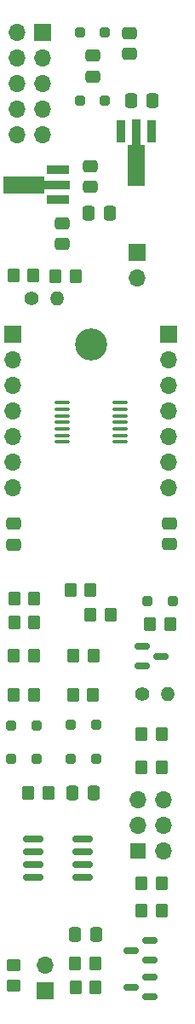
<source format=gbr>
%TF.GenerationSoftware,KiCad,Pcbnew,7.0.8*%
%TF.CreationDate,2024-02-10T19:52:59+11:00*%
%TF.ProjectId,JNTUB,4a4e5455-422e-46b6-9963-61645f706362,rev?*%
%TF.SameCoordinates,Original*%
%TF.FileFunction,Soldermask,Top*%
%TF.FilePolarity,Negative*%
%FSLAX46Y46*%
G04 Gerber Fmt 4.6, Leading zero omitted, Abs format (unit mm)*
G04 Created by KiCad (PCBNEW 7.0.8) date 2024-02-10 19:52:59*
%MOMM*%
%LPD*%
G01*
G04 APERTURE LIST*
G04 Aperture macros list*
%AMRoundRect*
0 Rectangle with rounded corners*
0 $1 Rounding radius*
0 $2 $3 $4 $5 $6 $7 $8 $9 X,Y pos of 4 corners*
0 Add a 4 corners polygon primitive as box body*
4,1,4,$2,$3,$4,$5,$6,$7,$8,$9,$2,$3,0*
0 Add four circle primitives for the rounded corners*
1,1,$1+$1,$2,$3*
1,1,$1+$1,$4,$5*
1,1,$1+$1,$6,$7*
1,1,$1+$1,$8,$9*
0 Add four rect primitives between the rounded corners*
20,1,$1+$1,$2,$3,$4,$5,0*
20,1,$1+$1,$4,$5,$6,$7,0*
20,1,$1+$1,$6,$7,$8,$9,0*
20,1,$1+$1,$8,$9,$2,$3,0*%
%AMFreePoly0*
4,1,9,5.362500,-0.866500,1.237500,-0.866500,1.237500,-0.450000,-1.237500,-0.450000,-1.237500,0.450000,1.237500,0.450000,1.237500,0.866500,5.362500,0.866500,5.362500,-0.866500,5.362500,-0.866500,$1*%
G04 Aperture macros list end*
%ADD10RoundRect,0.250000X-0.475000X0.337500X-0.475000X-0.337500X0.475000X-0.337500X0.475000X0.337500X0*%
%ADD11RoundRect,0.250000X-0.250000X-0.250000X0.250000X-0.250000X0.250000X0.250000X-0.250000X0.250000X0*%
%ADD12C,3.200000*%
%ADD13RoundRect,0.250000X-0.350000X-0.450000X0.350000X-0.450000X0.350000X0.450000X-0.350000X0.450000X0*%
%ADD14RoundRect,0.250000X0.350000X0.450000X-0.350000X0.450000X-0.350000X-0.450000X0.350000X-0.450000X0*%
%ADD15R,1.700000X1.700000*%
%ADD16O,1.700000X1.700000*%
%ADD17C,1.400000*%
%ADD18O,1.400000X1.400000*%
%ADD19RoundRect,0.250000X-0.337500X-0.475000X0.337500X-0.475000X0.337500X0.475000X-0.337500X0.475000X0*%
%ADD20R,0.900000X2.300000*%
%ADD21FreePoly0,270.000000*%
%ADD22RoundRect,0.250000X0.337500X0.475000X-0.337500X0.475000X-0.337500X-0.475000X0.337500X-0.475000X0*%
%ADD23RoundRect,0.150000X-0.825000X-0.150000X0.825000X-0.150000X0.825000X0.150000X-0.825000X0.150000X0*%
%ADD24R,2.300000X0.900000*%
%ADD25FreePoly0,180.000000*%
%ADD26RoundRect,0.100000X-0.637500X-0.100000X0.637500X-0.100000X0.637500X0.100000X-0.637500X0.100000X0*%
%ADD27RoundRect,0.150000X0.587500X0.150000X-0.587500X0.150000X-0.587500X-0.150000X0.587500X-0.150000X0*%
%ADD28RoundRect,0.250000X0.450000X-0.350000X0.450000X0.350000X-0.450000X0.350000X-0.450000X-0.350000X0*%
%ADD29RoundRect,0.150000X-0.587500X-0.150000X0.587500X-0.150000X0.587500X0.150000X-0.587500X0.150000X0*%
%ADD30RoundRect,0.250000X0.250000X0.250000X-0.250000X0.250000X-0.250000X-0.250000X0.250000X-0.250000X0*%
%ADD31RoundRect,0.250000X0.475000X-0.337500X0.475000X0.337500X-0.475000X0.337500X-0.475000X-0.337500X0*%
%ADD32R,1.600000X1.600000*%
G04 APERTURE END LIST*
D10*
%TO.C,C2*%
X205900000Y-61987500D03*
X205900000Y-64062500D03*
%TD*%
D11*
%TO.C,D11*%
X204625000Y-66425000D03*
X207125000Y-66425000D03*
%TD*%
D12*
%TO.C,H2*%
X205740000Y-90678000D03*
%TD*%
D11*
%TO.C,D1*%
X203720000Y-128420000D03*
X206220000Y-128420000D03*
%TD*%
D13*
%TO.C,R4*%
X203970000Y-121580000D03*
X205970000Y-121580000D03*
%TD*%
%TO.C,R13*%
X210740000Y-144150000D03*
X212740000Y-144150000D03*
%TD*%
D14*
%TO.C,R26*%
X201480000Y-135160000D03*
X199480000Y-135160000D03*
%TD*%
D15*
%TO.C,J11*%
X213487000Y-89662000D03*
D16*
X213487000Y-92202000D03*
X213487000Y-94742000D03*
X213487000Y-97282000D03*
X213487000Y-99822000D03*
X213487000Y-102362000D03*
X213487000Y-104902000D03*
%TD*%
D15*
%TO.C,J10*%
X197993000Y-89662000D03*
D16*
X197993000Y-92202000D03*
X197993000Y-94742000D03*
X197993000Y-97282000D03*
X197993000Y-99822000D03*
X197993000Y-102362000D03*
X197993000Y-104902000D03*
%TD*%
D10*
%TO.C,C8*%
X198060000Y-108432500D03*
X198060000Y-110507500D03*
%TD*%
D17*
%TO.C,R23*%
X199840000Y-86100000D03*
D18*
X202380000Y-86100000D03*
%TD*%
D13*
%TO.C,R25*%
X202200000Y-83875000D03*
X204200000Y-83875000D03*
%TD*%
D11*
%TO.C,D4*%
X197800000Y-131830000D03*
X200300000Y-131830000D03*
%TD*%
D19*
%TO.C,C6*%
X205487500Y-77625000D03*
X207562500Y-77625000D03*
%TD*%
D13*
%TO.C,R24*%
X198000000Y-83825000D03*
X200000000Y-83825000D03*
%TD*%
D20*
%TO.C,U4*%
X211725000Y-69475000D03*
D21*
X210225000Y-69562500D03*
D20*
X208725000Y-69475000D03*
%TD*%
D10*
%TO.C,C1*%
X209550000Y-59712500D03*
X209550000Y-61787500D03*
%TD*%
D22*
%TO.C,C10*%
X205977500Y-135150000D03*
X203902500Y-135150000D03*
%TD*%
D13*
%TO.C,R2*%
X203950000Y-125450000D03*
X205950000Y-125450000D03*
%TD*%
D23*
%TO.C,U1*%
X199955000Y-139745000D03*
X199955000Y-141015000D03*
X199955000Y-142285000D03*
X199955000Y-143555000D03*
X204905000Y-143555000D03*
X204905000Y-142285000D03*
X204905000Y-141015000D03*
X204905000Y-139745000D03*
%TD*%
D24*
%TO.C,U3*%
X202450000Y-76300000D03*
D25*
X202362500Y-74800000D03*
D24*
X202450000Y-73300000D03*
%TD*%
D26*
%TO.C,U2*%
X202877500Y-96440000D03*
X202877500Y-97090000D03*
X202877500Y-97740000D03*
X202877500Y-98390000D03*
X202877500Y-99040000D03*
X202877500Y-99690000D03*
X202877500Y-100340000D03*
X208602500Y-100340000D03*
X208602500Y-99690000D03*
X208602500Y-99040000D03*
X208602500Y-98390000D03*
X208602500Y-97740000D03*
X208602500Y-97090000D03*
X208602500Y-96440000D03*
%TD*%
D13*
%TO.C,R18*%
X210740000Y-146830000D03*
X212740000Y-146830000D03*
%TD*%
D27*
%TO.C,Q1*%
X211567500Y-151760000D03*
X211567500Y-149860000D03*
X209692500Y-150810000D03*
%TD*%
%TO.C,Q2*%
X211597500Y-155410000D03*
X211597500Y-153510000D03*
X209722500Y-154460000D03*
%TD*%
D28*
%TO.C,R28*%
X198060000Y-154310000D03*
X198060000Y-152310000D03*
%TD*%
D13*
%TO.C,R27*%
X204180000Y-154480000D03*
X206180000Y-154480000D03*
%TD*%
%TO.C,R22*%
X204160000Y-152110000D03*
X206160000Y-152110000D03*
%TD*%
%TO.C,R20*%
X210740000Y-132690000D03*
X212740000Y-132690000D03*
%TD*%
D17*
%TO.C,R19*%
X210780000Y-125390000D03*
D18*
X213320000Y-125390000D03*
%TD*%
D29*
%TO.C,Q3*%
X210802500Y-120650000D03*
X210802500Y-122550000D03*
X212677500Y-121600000D03*
%TD*%
D13*
%TO.C,R16*%
X211600000Y-118425000D03*
X213600000Y-118425000D03*
%TD*%
D30*
%TO.C,D5*%
X213850000Y-116175000D03*
X211350000Y-116175000D03*
%TD*%
D31*
%TO.C,C9*%
X213490000Y-110477500D03*
X213490000Y-108402500D03*
%TD*%
D13*
%TO.C,R5*%
X203680000Y-115060000D03*
X205680000Y-115060000D03*
%TD*%
%TO.C,R6*%
X205670000Y-117510000D03*
X207670000Y-117510000D03*
%TD*%
D14*
%TO.C,R11*%
X200110000Y-115920000D03*
X198110000Y-115920000D03*
%TD*%
%TO.C,R12*%
X200100000Y-118270000D03*
X198100000Y-118270000D03*
%TD*%
%TO.C,R10*%
X200050000Y-121530000D03*
X198050000Y-121530000D03*
%TD*%
%TO.C,R8*%
X200030000Y-125440000D03*
X198030000Y-125440000D03*
%TD*%
D30*
%TO.C,D3*%
X200300000Y-128470000D03*
X197800000Y-128470000D03*
%TD*%
%TO.C,D2*%
X206210000Y-131810000D03*
X203710000Y-131810000D03*
%TD*%
D13*
%TO.C,R14*%
X210750000Y-129350000D03*
X212750000Y-129350000D03*
%TD*%
D30*
%TO.C,D10*%
X207125000Y-59700000D03*
X204625000Y-59700000D03*
%TD*%
D31*
%TO.C,C4*%
X202850000Y-80687500D03*
X202850000Y-78612500D03*
%TD*%
D22*
%TO.C,C12*%
X206207500Y-149270000D03*
X204132500Y-149270000D03*
%TD*%
%TO.C,C5*%
X211812500Y-66475000D03*
X209737500Y-66475000D03*
%TD*%
D10*
%TO.C,C3*%
X205625000Y-72937500D03*
X205625000Y-75012500D03*
%TD*%
D15*
%TO.C,J9*%
X200914000Y-59690000D03*
D16*
X198374000Y-59690000D03*
X200914000Y-62230000D03*
X198374000Y-62230000D03*
X200914000Y-64770000D03*
X198374000Y-64770000D03*
X200914000Y-67310000D03*
X198374000Y-67310000D03*
X200914000Y-69850000D03*
X198374000Y-69850000D03*
%TD*%
D15*
%TO.C,JP1*%
X210312000Y-81534000D03*
D16*
X210312000Y-84074000D03*
%TD*%
D32*
%TO.C,J12*%
X210439000Y-140970000D03*
D16*
X212979000Y-140970000D03*
X210439000Y-138430000D03*
X212979000Y-138430000D03*
X210439000Y-135890000D03*
X212979000Y-135890000D03*
%TD*%
D15*
%TO.C,JP2*%
X201200000Y-154840000D03*
D16*
X201200000Y-152300000D03*
%TD*%
M02*

</source>
